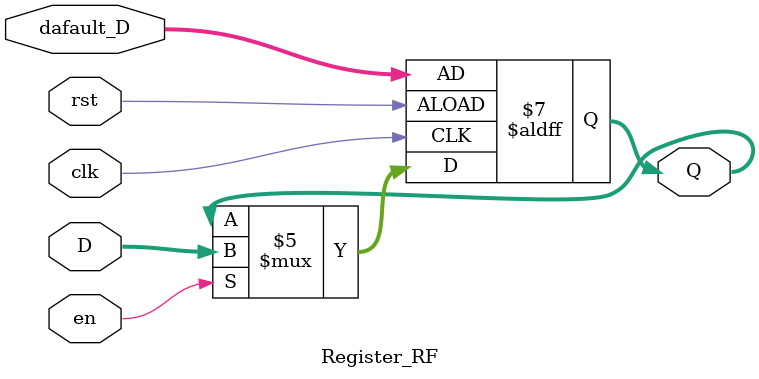
<source format=v>
module Register_RF #(parameter DATA_WIDTH=32)(
  input [(DATA_WIDTH-1):0] D,
  input [(DATA_WIDTH-1):0] dafault_D,
  input rst,
  input en,
  input clk,
  output reg [(DATA_WIDTH-1):0]Q
);

always @ (posedge clk, posedge rst)
begin
  if(rst==1)begin
    Q<=dafault_D;
  end
  else if (en == 1) begin
    Q<=D;
  end
  else 
	 Q<=Q;
end
endmodule
</source>
